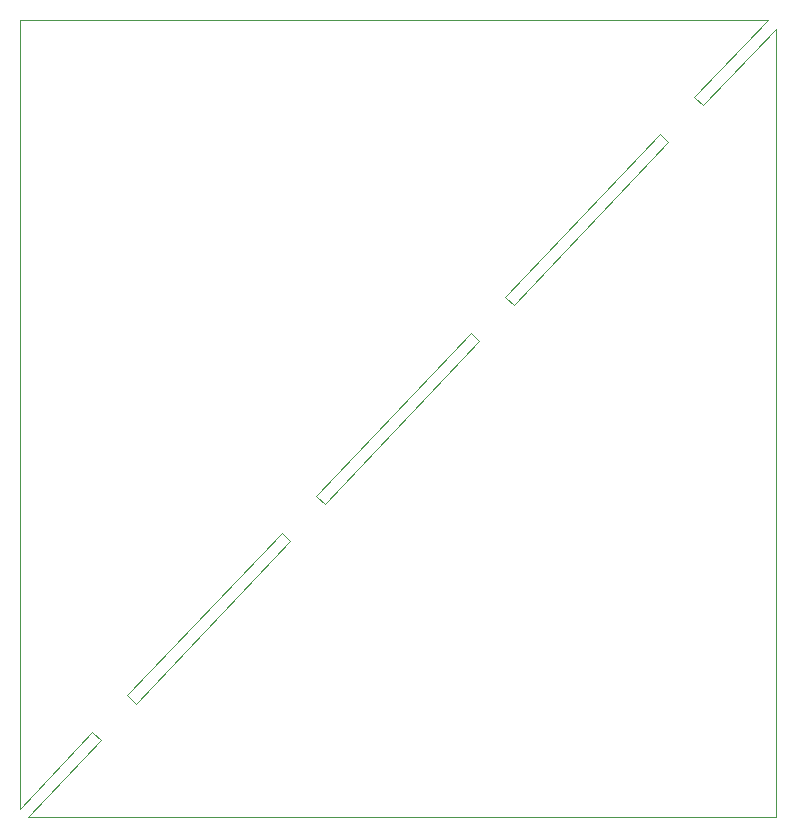
<source format=gbr>
G04 #@! TF.GenerationSoftware,KiCad,Pcbnew,5.1.4-e60b266~84~ubuntu18.04.1*
G04 #@! TF.CreationDate,2019-08-23T14:23:09+02:00*
G04 #@! TF.ProjectId,aab1,61616231-2e6b-4696-9361-645f70636258,rev?*
G04 #@! TF.SameCoordinates,Original*
G04 #@! TF.FileFunction,Profile,NP*
%FSLAX46Y46*%
G04 Gerber Fmt 4.6, Leading zero omitted, Abs format (unit mm)*
G04 Created by KiCad (PCBNEW 5.1.4-e60b266~84~ubuntu18.04.1) date 2019-08-23 14:23:09*
%MOMM*%
%LPD*%
G04 APERTURE LIST*
%ADD10C,0.100000*%
G04 APERTURE END LIST*
D10*
X56175050Y-142763375D02*
X50000000Y-149273458D01*
X50000000Y-149273458D02*
X49997748Y-142663629D01*
X49997748Y-142663629D02*
X50000000Y-140663632D01*
X50000000Y-140663632D02*
X50000000Y-82482229D01*
X50000000Y-82482229D02*
X113353912Y-82482229D01*
X113353912Y-82482229D02*
X107142484Y-89030663D01*
X107142484Y-89030663D02*
X107868013Y-89718854D01*
X107868013Y-89718854D02*
X114043064Y-83208771D01*
X114043064Y-83208771D02*
X114043064Y-89068815D01*
X114043064Y-89068815D02*
X114043064Y-92568728D01*
X114043064Y-92568728D02*
X114043064Y-150000000D01*
X114043064Y-150000000D02*
X50689151Y-150000000D01*
X50689151Y-150000000D02*
X56900580Y-143451566D01*
X56900580Y-143451566D02*
X56175050Y-142763375D01*
X104932878Y-92813238D02*
X104207349Y-92125046D01*
X104207349Y-92125046D02*
X91131718Y-105910106D01*
X91131718Y-105910106D02*
X91857247Y-106598297D01*
X91857247Y-106598297D02*
X104932878Y-92813238D01*
X88922112Y-109692680D02*
X88196583Y-109004489D01*
X88196583Y-109004489D02*
X75120952Y-122789549D01*
X75120952Y-122789549D02*
X75846481Y-123477740D01*
X75846481Y-123477740D02*
X88922112Y-109692680D01*
X72911346Y-126572123D02*
X72185816Y-125883932D01*
X72185816Y-125883932D02*
X59110185Y-139668992D01*
X59110185Y-139668992D02*
X59835715Y-140357183D01*
X59835715Y-140357183D02*
X72911346Y-126572123D01*
M02*

</source>
